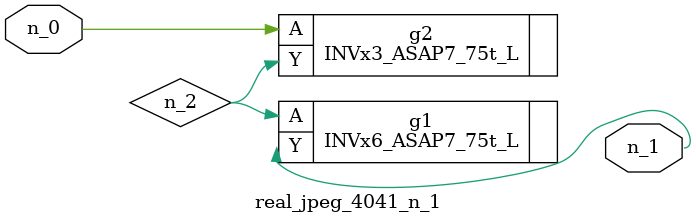
<source format=v>
module real_jpeg_4041_n_1 (n_0, n_1);

input n_0;

output n_1;

wire n_2;

INVx3_ASAP7_75t_L g2 ( 
.A(n_0),
.Y(n_2)
);

INVx6_ASAP7_75t_L g1 ( 
.A(n_2),
.Y(n_1)
);


endmodule
</source>
